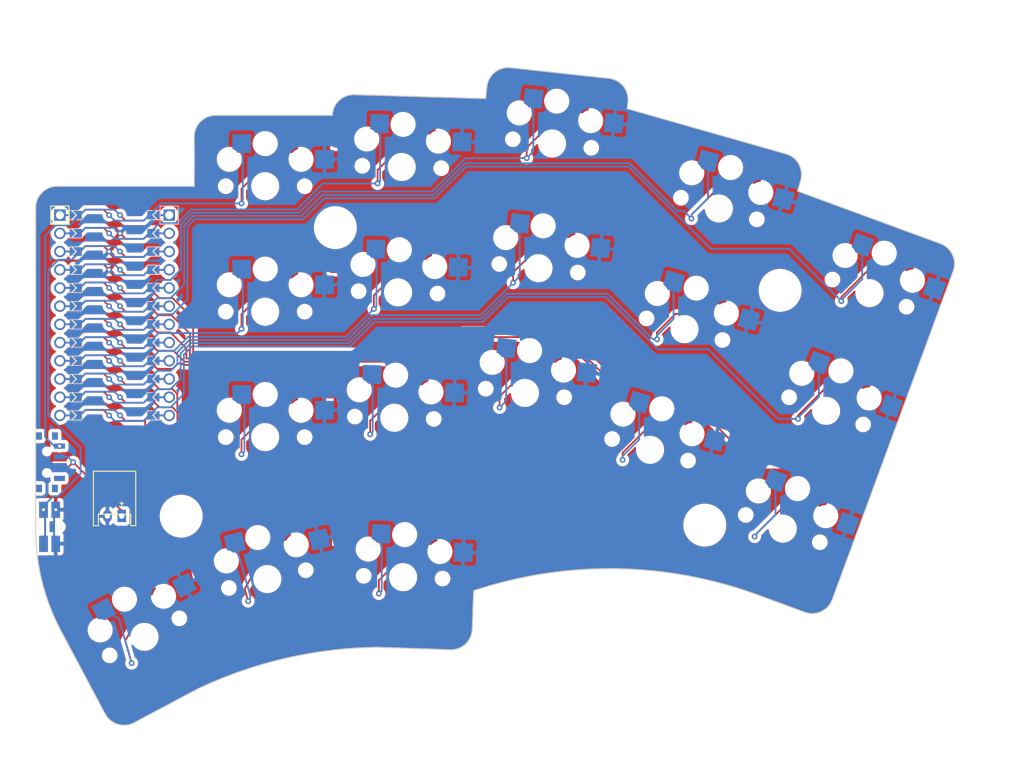
<source format=kicad_pcb>
(kicad_pcb (version 20240108) (generator "pcbnew") (generator_version "8.0")
  (title_block (title "pcb") (rev "v1.0.0") (company "Unknown"))
  (layers (0 "F.Cu" signal) (31 "B.Cu" signal) (34 "B.Paste" user) (35 "F.Paste" user) (36 "B.SilkS" user "B.Silkscreen") (37 "F.SilkS" user "F.Silkscreen") (38 "B.Mask" user) (39 "F.Mask" user) (44 "Edge.Cuts" user))
  (net 0 "")
  (net 1 "P15")
  (net 2 "GND")
  (net 3 "P5")
  (net 4 "P1")
  (net 5 "P18")
  (net 6 "P6")
  (net 7 "P0")
  (net 8 "P19")
  (net 9 "P7")
  (net 10 "P2")
  (net 11 "P20")
  (net 12 "P8")
  (net 13 "P3")
  (net 14 "P21")
  (net 15 "P9")
  (net 16 "P4")
  (net 17 "P16")
  (net 18 "P10")
  (net 19 "P14")
  (net 20 "RAW")
  (net 21 "RST")
  (net 22 "VCC")
  (net 23 "BAT")
  (footprint "ProMicro" (layer "F.Cu") (at 83.381695 82.433239 -90)
    (property "Reference" "MCU1" (hide yes))
    (property "Value" "")
  )
  (footprint "PG1350" (layer "F.Cu") (at 162.832232 84.371982 -15.9)
    (property "Reference" "S11" (hide yes))
    (property "Value" "" (hide yes))
  )
  (footprint "PG1350" (layer "F.Cu") (at 122.900855 79.240943 -1.7)
    (property "Reference" "S5" (hide yes))
    (property "Value" "" (hide yes))
  )
  (footprint "YD-3414" (layer "F.Cu") (at 71.581694 111.933242 90)
    (property "Reference" "RST1" (hide yes))
    (property "Value" "RST")
  )
  (footprint "PG1350" (layer "F.Cu") (at 87.555651 127.292315 28)
    (property "Reference" "S17" (hide yes))
    (property "Value" "" (hide yes))
  )
  (footprint "PG1350" (layer "F.Cu") (at 123.420011 61.748646 -1.7)
    (property "Reference" "S6" (hide yes))
    (property "Value" "" (hide yes))
  )
  (footprint "PG1350" (layer "F.Cu") (at 104.381697 99.433241)
    (property "Reference" "S1" (hide yes))
    (property "Value" "" (hide yes))
  )
  (footprint "PG1350" (layer "F.Cu") (at 123.607347 118.969128 -2)
    (property "Reference" "S18" (hide yes))
    (property "Value" "" (hide yes))
  )
  (footprint "PG1350" (layer "F.Cu") (at 104.381694 64.433241)
    (property "Reference" "S3" (hide yes))
    (property "Value" "" (hide yes))
  )
  (footprint "Button_Switch_SMD:SW_SPDT_PCM12" (layer "F.Cu") (at 74.281697 102.933242 -90)
    (property "Reference" "")
    (property "Value" "")
  )
  (footprint "MountingHole:MountingHole_5.5mm" (layer "F.Cu") (at 92.661449 110.453714)
    (property "Reference" "REF**" (hide yes))
    (property "Value" "5.5mm")
  )
  (footprint "PG1350" (layer "F.Cu") (at 104.681695 119.233241 13)
    (property "Reference" "S16" (hide yes))
    (property "Value" "" (hide yes))
  )
  (footprint "MountingHole:MountingHole_5.5mm" (layer "F.Cu") (at 114.161451 70.203714)
    (property "Reference" "REF**" (hide yes))
    (property "Value" "5.5mm")
  )
  (footprint "PG1350" (layer "F.Cu") (at 140.592395 93.271959 -6.2)
    (property "Reference" "S7" (hide yes))
    (property "Value" "" (hide yes))
  )
  (footprint "PG1350" (layer "F.Cu") (at 176.535389 112.190382 -20.2)
    (property "Reference" "S13" (hide yes))
    (property "Value" "" (hide yes))
  )
  (footprint "MountingHole:MountingHole_5.5mm" (layer "F.Cu") (at 176.16145 78.953714)
    (property "Reference" "REF**" (hide yes))
    (property "Value" "5.5mm")
  )
  (footprint "PG1350" (layer "F.Cu") (at 142.482383 75.874317 -6.2)
    (property "Reference" "S8" (hide yes))
    (property "Value" "" (hide yes))
  )
  (footprint "JST_PH_S2B-PH-K_02x2.00mm_Angled" (layer "F.Cu") (at 83.381696 110.433241 180)
    (property "Reference" "BAT1" (hide yes))
    (property "Value" "" (hide yes))
  )
  (footprint "PG1350" (layer "F.Cu") (at 182.578106 95.766757 -20.2)
    (property "Reference" "S14" (hide yes))
    (property "Value" "" (hide yes))
  )
  (footprint "MountingHole:MountingHole_5.5mm" (layer "F.Cu") (at 165.661451 111.703713)
    (property "Reference" "REF**" (hide yes))
    (property "Value" "5.5mm")
  )
  (footprint "PG1350" (layer "F.Cu") (at 167.626517 67.541508 -15.9)
    (property "Reference" "S12" (hide yes))
    (property "Value" "" (hide yes))
  )
  (footprint "PG1350" (layer "F.Cu") (at 144.372369 58.476678 -6.2)
    (property "Reference" "S9" (hide yes))
    (property "Value" "" (hide yes))
  )
  (footprint "PG1350" (layer "F.Cu") (at 188.620825 79.343128 -20.2)
    (property "Reference" "S15" (hide yes))
    (property "Value" "" (hide yes))
  )
  (footprint "PG1350" (layer "F.Cu") (at 122.381693 96.73324 -1.7)
    (property "Reference" "S4" (hide yes))
    (property "Value" "" (hide yes))
  )
  (footprint "PG1350" (layer "F.Cu") (at 158.037944 101.202451 -15.9)
    (property "Reference" "S10" (hide yes))
    (property "Value" "" (hide yes))
  )
  (footprint "PG1350" (layer "F.Cu") (at 104.381696 81.933242)
    (property "Reference" "S2" (hide yes))
    (property "Value" "" (hide yes))
  )
  (gr_line (start 154.85922 53.61082) (end 176.974728 59.910588) (stroke (width 0.15)) (layer "Edge.Cuts"))
  (gr_line (start 120.216703 128.756755) (end 130.157637 129.103902) (stroke (width 0.15)) (layer "Edge.Cuts"))
  (gr_arc (start 94.481694 57.533241) (mid 95.360366 55.411918) (end 97.481694 54.533241) (stroke (width 0.15)) (layer "Edge.Cuts"))
  (gr_arc (start 152.301207 49.379776) (mid 154.315243 50.482407) (end 154.959661 52.686228) (stroke (width 0.15)) (layer "Edge.Cuts"))
  (gr_arc (start 133.447251 120.862762) (mid 153.33298 117.798312) (end 173.113684 121.480269) (stroke (width 0.15)) (layer "Edge.Cuts"))
  (gr_arc (start 75.893268 126.446097) (mid 73.272821 119.619608) (end 72.381696 112.361951) (stroke (width 0.15)) (layer "Edge.Cuts"))
  (gr_arc (start 133.260509 126.210429) (mid 132.308325 128.299775) (end 130.157637 129.103902) (stroke (width 0.15)) (layer "Edge.Cuts"))
  (gr_line (start 152.300436 49.379693) (end 138.582693 47.88947) (stroke (width 0.15)) (layer "Edge.Cuts"))
  (gr_line (start 86.111084 139.27285) (end 94.893755 134.603022) (stroke (width 0.15)) (layer "Edge.Cuts"))
  (gr_arc (start 113.729906 54.533241) (mid 114.67933 52.455213) (end 116.816747 51.648306) (stroke (width 0.15)) (layer "Edge.Cuts"))
  (gr_arc (start 72.381694 67.433239) (mid 73.260387 65.311933) (end 75.381695 64.433241) (stroke (width 0.15)) (layer "Edge.Cuts"))
  (gr_line (start 173.113684 121.480269) (end 173.116936 121.481464) (stroke (width 0.15)) (layer "Edge.Cuts"))
  (gr_line (start 75.893268 126.446097) (end 82.053827 138.032423) (stroke (width 0.15)) (layer "Edge.Cuts"))
  (gr_line (start 94.481695 57.533241) (end 94.481696 64.43324) (stroke (width 0.15)) (layer "Edge.Cuts"))
  (gr_line (start 133.260509 126.21043) (end 133.447251 120.862761) (stroke (width 0.15)) (layer "Edge.Cuts"))
  (gr_line (start 135.275388 50.548611) (end 135.096984 52.190851) (stroke (width 0.15)) (layer "Edge.Cuts"))
  (gr_arc (start 183.443912 122.084439) (mid 181.886785 123.77185) (end 179.592538 123.864021) (stroke (width 0.15)) (layer "Edge.Cuts"))
  (gr_line (start 178.612432 65.11193) (end 198.514879 72.434605) (stroke (width 0.15)) (layer "Edge.Cuts"))
  (gr_line (start 116.816747 51.648306) (end 135.096984 52.190851) (stroke (width 0.15)) (layer "Edge.Cuts"))
  (gr_line (start 154.85922 53.61082) (end 154.959578 52.686999) (stroke (width 0.15)) (layer "Edge.Cuts"))
  (gr_line (start 75.381695 64.433241) (end 94.481696 64.43324) (stroke (width 0.15)) (layer "Edge.Cuts"))
  (gr_arc (start 86.111084 139.27285) (mid 83.825546 139.492935) (end 82.053827 138.032423) (stroke (width 0.15)) (layer "Edge.Cuts"))
  (gr_arc (start 94.893754 134.60302) (mid 107.234889 130.292345) (end 120.216703 128.756755) (stroke (width 0.15)) (layer "Edge.Cuts"))
  (gr_line (start 97.481694 54.533241) (end 113.729906 54.533241) (stroke (width 0.15)) (layer "Edge.Cuts"))
  (gr_line (start 72.381694 67.433239) (end 72.381696 112.361951) (stroke (width 0.15)) (layer "Edge.Cuts"))
  (gr_line (start 138.581924 47.889387) (end 138.582693 47.88947) (stroke (width 0.15)) (layer "Edge.Cuts"))
  (gr_arc (start 176.974729 59.910589) (mid 178.774167 61.336807) (end 179.038074 63.61769) (stroke (width 0.15)) (layer "Edge.Cuts"))
  (gr_line (start 152.300436 49.379693) (end 152.301206 49.379778) (stroke (width 0.15)) (layer "Edge.Cuts"))
  (gr_arc (start 135.275472 50.547842) (mid 136.378105 48.533798) (end 138.581924 47.889387) (stroke (width 0.15)) (layer "Edge.Cuts"))
  (gr_line (start 173.116936 121.481464) (end 179.592538 123.864021) (stroke (width 0.15)) (layer "Edge.Cuts"))
  (gr_line (start 183.443913 122.08444) (end 200.294466 76.285976) (stroke (width 0.15)) (layer "Edge.Cuts"))
  (gr_arc (start 198.514879 72.434605) (mid 200.202314 73.991731) (end 200.294466 76.285976) (stroke (width 0.15)) (layer "Edge.Cuts"))
  (gr_line (start 178.612432 65.11193) (end 179.038074 63.61769) (stroke (width 0.15)) (layer "Edge.Cuts"))
  (segment (start 89.332694 89.908241) (end 88.207696 88.783241) (width 0.25) (layer "F.Cu") (net 1))
  (segment (start 92.20303 89.172896) (end 91.467686 89.90824) (width 0.25) (layer "F.Cu") (net 1))
  (segment (start 101.081696 99.778242) (end 101.081696 101.83324) (width 0.25) (layer "F.Cu") (net 1))
  (segment (start 92.946822 89.360858) (end 92.758857 89.172897) (width 0.25) (layer "F.Cu") (net 1))
  (segment (start 92.758857 89.172897) (end 92.20303 89.172896) (width 0.25) (layer "F.Cu") (net 1))
  (segment (start 103.534312 89.360859) (end 92.946822 89.360858) (width 0.25) (layer "F.Cu") (net 1))
  (segment (start 107.656695 93.48324) (end 107.376697 93.483239) (width 0.25) (layer "F.Cu") (net 1))
  (segment (start 107.376697 93.483239) (end 101.081696 99.778242) (width 0.25) (layer "F.Cu") (net 1))
  (segment (start 91.467686 89.90824) (end 89.332694 89.908241) (width 0.25) (layer "F.Cu") (net 1))
  (segment (start 107.656695 93.48324) (end 103.534312 89.360859) (width 0.25) (layer "F.Cu") (net 1))
  (segment (start 101.106695 93.483239) (end 101.481696 93.85824) (width 0.25) (layer "B.Cu") (net 1))
  (segment (start 101.481696 93.85824) (end 101.481695 101.433241) (width 0.25) (layer "B.Cu") (net 1))
  (segment (start 101.481695 101.433241) (end 101.081696 101.83324) (width 0.25) (layer "B.Cu") (net 1))
  (segment (start 77.348935 74.75) (end 73.75 74.75) (width 0.25) (layer "F.Cu") (net 2))
  (segment (start 75.181694 109.558241) (end 74.956694 109.783242) (width 0.25) (layer "F.Cu") (net 2))
  (segment (start 78.555695 73.54324) (end 77.348935 74.75) (width 0.25) (layer "F.Cu") (net 2))
  (segment (start 74.956695 114.08324) (end 75.181693 114.308241) (width 0.25) (layer "F.Cu") (net 2))
  (segment (start 75.181694 109.558241) (end 75.280601 109.558241) (width 0.25) (layer "F.Cu") (net 2))
  (segment (start 77.348935 74.75) (end 76.75 74.75) (width 0.25) (layer "F.Cu") (net 2))
  (segment (start 74.956694 109.783242) (end 74.956695 114.08324) (width 0.25) (layer "F.Cu") (net 2))
  (segment (start 78.555695 73.543242) (end 78.555695 73.54324) (width 0.25) (layer "F.Cu") (net 2))
  (segment (start 75.181694 109.558241) (end 74.956694 109.783242) (width 0.25) (layer "B.Cu") (net 2))
  (segment (start 74.956695 114.08324) (end 75.181693 114.308241) (width 0.25) (layer "B.Cu") (net 2))
  (segment (start 74.956694 109.783242) (end 74.956695 114.08324) (width 0.25) (layer "B.Cu") (net 2))
  (segment (start 101.081696 82.278242) (end 101.081696 84.33324) (width 0.25) (layer "F.Cu") (net 3))
  (segment (start 107.376697 75.983241) (end 101.081696 82.278242) (width 0.25) (layer "F.Cu") (net 3))
  (segment (start 107.656696 75.983242) (end 107.376697 75.983241) (width 0.25) (layer "F.Cu") (net 3))
  (segment (start 100.492041 84.922895) (end 89.528038 84.922896) (width 0.25) (layer "B.Cu") (net 3))
  (segment (start 101.256696 84.158241) (end 101.081696 84.33324) (width 0.25) (layer "B.Cu") (net 3))
  (segment (start 101.081696 84.33324) (end 100.492041 84.922895) (width 0.25) (layer "B.Cu") (net 3))
  (segment (start 101.106697 75.983242) (end 101.256695 76.133242) (width 0.25) (layer "B.Cu") (net 3))
  (segment (start 101.256695 76.133242) (end 101.256696 84.158241) (width 0.25) (layer "B.Cu") (net 3))
  (segment (start 89.528038 84.922896) (end 88.207695 86.24324) (width 0.25) (layer "B.Cu") (net 3))
  (segment (start 101.081695 64.778241) (end 101.081694 66.833242) (width 0.25) (layer "F.Cu") (net 4))
  (segment (start 107.376695 58.483242) (end 101.081695 64.778241) (width 0.25) (layer "F.Cu") (net 4))
  (segment (start 107.656693 58.483243) (end 107.376695 58.483242) (width 0.25) (layer "F.Cu") (net 4))
  (segment (start 101.081694 66.833242) (end 101.081694 66.486456) (width 0.25) (layer "B.Cu") (net 4))
  (segment (start 101.256694 66.311455) (end 101.256693 58.633241) (width 0.25) (layer "B.Cu") (net 4))
  (segment (start 101.081694 66.486456) (end 101.256694 66.311455) (width 0.25) (layer "B.Cu") (net 4))
  (segment (start 101.081694 66.833242) (end 89.837697 66.833239) (width 0.25) (layer "B.Cu") (net 4))
  (segment (start 101.256693 58.633241) (end 101.106695 58.483242) (width 0.25) (layer "B.Cu") (net 4))
  (segment (start 89.837697 66.833239) (end 88.207697 68.463242) (width 0.25) (layer "B.Cu") (net 4))
  (segment (start 93.133215 88.910859) (end 91.590598 87.368239) (width 0.25) (layer "F.Cu") (net 5))
  (segment (start 123.859607 88.910857) (end 93.133215 88.910859) (width 0.25) (layer "F.Cu") (net 5))
  (segment (start 125.276919 90.883016) (end 119.011946 97.147989) (width 0.25) (layer "F.Cu") (net 5))
  (segment (start 125.831765 90.883016) (end 123.859607 88.910857) (width 0.25) (layer "F.Cu") (net 5))
  (segment (start 91.590598 87.368239) (end 89.332696 87.368241) (width 0.25) (layer "F.Cu") (net 5))
  (segment (start 125.831765 90.883016) (end 125.276919 90.883016) (width 0.25) (layer "F.Cu") (net 5))
  (segment (start 119.011946 97.147989) (end 119.011948 99.034286) (width 0.25) (layer "F.Cu") (net 5))
  (segment (start 89.332696 87.368241) (end 88.207695 86.24324) (width 0.25) (layer "F.Cu") (net 5))
  (segment (start 119.284649 90.688701) (end 119.370142 90.774197) (width 0.25) (layer "B.Cu") (net 5))
  (segment (start 119.370142 90.774197) (end 119.37014 98.67609) (width 0.25) (layer "B.Cu") (net 5))
  (segment (start 119.37014 98.67609) (end 119.011948 99.034286) (width 0.25) (layer "B.Cu") (net 5))
  (segment (start 119.531107 79.655692) (end 119.53111 81.541987) (width 0.25) (layer "F.Cu") (net 6))
  (segment (start 125.796079 73.390719) (end 119.531107 79.655692) (width 0.25) (layer "F.Cu") (net 6))
  (segment (start 126.350927 73.390719) (end 125.796079 73.390719) (width 0.25) (layer "F.Cu") (net 6))
  (segment (start 115.650201 85.422897) (end 93.645254 85.422897) (width 0.25) (layer "B.Cu") (net 6))
  (segment (start 119.53111 81.541987) (end 115.650201 85.422897) (width 0.25) (layer "B.Cu") (net 6))
  (segment (start 119.889305 73.281899) (end 119.889304 81.183791) (width 0.25) (layer "B.Cu") (net 6))
  (segment (start 89.568041 87.422896) (end 88.207696 88.783241) (width 0.25) (layer "B.Cu") (net 6))
  (segment (start 93.645254 85.422897) (end 91.645253 87.422895) (width 0.25) (layer "B.Cu") (net 6))
  (segment (start 119.889304 81.183791) (end 119.53111 81.541987) (width 0.25) (layer "B.Cu") (net 6))
  (segment (start 119.803809 73.196405) (end 119.889305 73.281899) (width 0.25) (layer "B.Cu") (net 6))
  (segment (start 91.645253 87.422895) (end 89.568041 87.422896) (width 0.25) (layer "B.Cu") (net 6))
  (segment (start 126.870086 55.898421) (end 126.315239 55.898422) (width 0.25) (layer "F.Cu") (net 7))
  (segment (start 120.050268 62.163389) (end 120.050269 64.049689) (width 0.25) (layer "F.Cu") (net 7))
  (segment (start 126.315239 55.898422) (end 120.050268 62.163389) (width 0.25) (layer "F.Cu") (net 7))
  (segment (start 89.622696 69.588241) (end 88.207696 71.003239) (width 0.25) (layer "B.Cu") (net 7))
  (segment (start 92.126695 69.588242) (end 89.622696 69.588241) (width 0.25) (layer "B.Cu") (net 7))
  (segment (start 120.408462 63.691494) (end 120.050269 64.049689) (width 0.25) (layer "B.Cu") (net 7))
  (segment (start 94.04204 67.672896) (end 92.126695 69.588242) (width 0.25) (layer "B.Cu") (net 7))
  (segment (start 120.408465 55.789602) (end 120.408462 63.691494) (width 0.25) (layer "B.Cu") (net 7))
  (segment (start 120.050265 64.049691) (end 112.423204 64.049691) (width 0.25) (layer "B.Cu") (net 7))
  (segment (start 112.423204 64.049691) (end 108.8 67.672895) (width 0.25) (layer "B.Cu") (net 7))
  (segment (start 108.8 67.672895) (end 94.04204 67.672896) (width 0.25) (layer "B.Cu") (net 7))
  (segment (start 120.322971 55.704106) (end 120.408465 55.789602) (width 0.25) (layer "B.Cu") (net 7))
  (segment (start 142.262135 85.481762) (end 132.336388 85.48176) (width 0.25) (layer "F.Cu") (net 8))
  (segment (start 129.357292 88.460859) (end 93.395253 88.460857) (width 0.25) (layer "F.Cu") (net 8))
  (segment (start 93.395253 88.460857) (end 93.395256 87.045809) (width 0.25) (layer "F.Cu") (net 8))
  (segment (start 89.332696 84.828242) (end 88.207694 83.70324) (width 0.25) (layer "F.Cu") (net 8))
  (segment (start 132.336388 85.48176) (end 129.357292 88.460859) (width 0.25) (layer "F.Cu") (net 8))
  (segment (start 93.395256 87.045809) (end 91.177687 84.82824) (width 0.25) (layer "F.Cu") (net 8))
  (segment (start 144.490834 87.71046) (end 142.262135 85.481762) (width 0.25) (layer "F.Cu") (net 8))
  (segment (start 91.177687 84.82824) (end 89.332696 84.828242) (width 0.25) (layer "F.Cu") (net 8))
  (segment (start 137.052496 93.765651) (end 137.052497 95.301525) (width 0.25) (layer "F.Cu") (net 8))
  (segment (start 142.969533 89.231762) (end 141.586389 89.231763) (width 0.25) (layer "F.Cu") (net 8))
  (segment (start 141.586389 89.231763) (end 137.052496 93.765651) (width 0.25) (layer "F.Cu") (net 8))
  (segment (start 144.490834 87.71046) (end 142.969533 89.231762) (width 0.25) (layer "F.Cu") (net 8))
  (segment (start 137.979144 94.374876) (end 137.052497 95.301525) (width 0.25) (layer "B.Cu") (net 8))
  (segment (start 137.979146 87.003064) (end 137.979144 94.374876) (width 0.25) (layer "B.Cu") (net 8))
  (segment (start 142.908824 73.784819) (end 141.616885 73.784818) (width 0.25) (layer "F.Cu") (net 9))
  (segment (start 146.380824 70.312818) (end 142.908824 73.784819) (width 0.25) (layer "F.Cu") (net 9))
  (segment (start 141.616885 73.784818) (end 138.942487 76.459216) (width 0.25) (layer "F.Cu") (net 9))
  (segment (start 138.942487 76.459216) (end 138.942487 77.903883) (width 0.25) (layer "F.Cu") (net 9))
  (segment (start 138.942487 77.903883) (end 134.423473 82.422895) (width 0.25) (layer "B.Cu") (net 9))
  (segment (start 89.358042 90.172898) (end 88.207697 91.323244) (width 0.25) (layer "B.Cu") (net 9))
  (segment (start 134.423473 82.422895) (end 119.286595 82.422896) (width 0.25) (layer "B.Cu") (net 9))
  (segment (start 92.145253 87.559292) (end 92.145255 89.230671) (width 0.25) (layer "B.Cu") (net 9))
  (segment (start 139.869132 76.977237) (end 138.942487 77.903883) (width 0.25) (layer "B.Cu") (net 9))
  (segment (start 93.831649 85.872896) (end 92.145253 87.559292) (width 0.25) (layer "B.Cu") (net 9))
  (segment (start 139.869135 69.605422) (end 139.869132 76.977237) (width 0.25) (layer "B.Cu") (net 9))
  (segment (start 115.836595 85.872896) (end 93.831649 85.872896) (width 0.25) (layer "B.Cu") (net 9))
  (segment (start 119.286595 82.422896) (end 115.836595 85.872896) (width 0.25) (layer "B.Cu") (net 9))
  (segment (start 91.203033 90.172896) (end 89.358042 90.172898) (width 0.25) (layer "B.Cu") (net 9))
  (segment (start 92.145255 89.230671) (end 91.203033 90.172896) (width 0.25) (layer "B.Cu") (net 9))
  (segment (start 140.832475 59.061573) (end 140.832474 60.506242) (width 0.25) (layer "F.Cu") (net 10))
  (segment (start 148.270812 52.915178) (end 144.798813 56.387177) (width 0.25) (layer "F.Cu") (net 10))
  (segment (start 144.798813 56.387177) (end 143.50687 56.387179) (width 0.25) (layer "F.Cu") (net 10))
  (segment (start 143.50687 56.387179) (end 140.832475 59.061573) (width 0.25) (layer "F.Cu") (net 10))
  (segment (start 91.177687 77.498241) (end 89.332695 77.49824) (width 0.25) (layer "B.Cu") (net 10))
  (segment (start 89.332695 77.49824) (end 88.207696 78.623241) (width 0.25) (layer "B.Cu") (net 10))
  (segment (start 112.027103 65.172897) (end 109.077105 68.122895) (width 0.25) (layer "B.Cu") (net 10))
  (segment (start 132.31191 60.506242) (end 127.645256 65.172897) (width 0.25) (layer "B.Cu") (net 10))
  (segment (start 141.759121 59.579594) (end 140.832474 60.506242) (width 0.25) (layer "B.Cu") (net 10))
  (segment (start 92.645254 76.030672) (end 91.177687 77.498241) (width 0.25) (layer "B.Cu") (net 10))
  (segment (start 92.645254 69.706079) (end 92.645254 76.030672) (width 0.25) (layer "B.Cu") (net 10))
  (segment (start 109.077105 68.122895) (end 94.228435 68.122895) (width 0.25) (layer "B.Cu") (net 10))
  (segment (start 141.759123 52.207783) (end 141.759121 59.579594) (width 0.25) (layer "B.Cu") (net 10))
  (segment (start 140.832474 60.506242) (end 132.31191 60.506242) (width 0.25) (layer "B.Cu") (net 10))
  (segment (start 94.228435 68.122895) (end 92.645254 69.706079) (width 0.25) (layer "B.Cu") (net 10))
  (segment (start 127.645256 65.172897) (end 112.027103 65.172897) (width 0.25) (layer "B.Cu") (net 10))
  (segment (start 161.765668 97.429341) (end 158.388806 97.429345) (width 0.25) (layer "F.Cu") (net 11))
  (segment (start 145.254122 85.031762) (end 132.149993 85.031761) (width 0.25) (layer "F.Cu") (net 11))
  (segment (start 158.388806 97.429345) (end 154.206695 101.611456) (width 0.25) (layer "F.Cu") (net 11))
  (segment (start 151.145254 90.922897) (end 145.254122 85.031762) (width 0.25) (layer "F.Cu") (net 11))
  (segment (start 129.170898 88.010858) (end 93.895255 88.010857) (width 0.25) (layer "F.Cu") (net 11))
  (segment (start 162.817706 95.025593) (end 158.715008 90.922895) (width 0.25) (layer "F.Cu") (net 11))
  (segment (start 93.895254 85.00581) (end 91.312341 82.422896) (width 0.25) (layer "F.Cu") (net 11))
  (segment (start 158.715008 90.922895) (end 151.145254 90.922897) (width 0.25) (layer "F.Cu") (net 11))
  (segment (start 132.149993 85.031761) (end 129.170898 88.010858) (width 0.25) (layer "F.Cu") (net 11))
  (segment (start 91.312341 82.422896) (end 89.467348 82.422896) (width 0.25) (layer "F.Cu") (net 11))
  (segment (start 154.206695 101.611456) (end 154.206694 102.606569) (width 0.25) (layer "F.Cu") (net 11))
  (segment (start 162.817704 96.377308) (end 162.817706 95.025593) (width 0.25) (layer "F.Cu") (net 11))
  (segment (start 162.817704 96.377308) (end 161.765668 97.429341) (width 0.25) (layer "F.Cu") (net 11))
  (segment (start 89.467348 82.422896) (end 88.207697 81.16324) (width 0.25) (layer "F.Cu") (net 11))
  (segment (start 93.895255 88.010857) (end 93.895254 85.00581) (width 0.25) (layer "F.Cu") (net 11))
  (segment (start 154.206697 102.078703) (end 154.206694 102.606569) (width 0.25) (layer "B.Cu") (net 11))
  (segment (start 156.518298 94.582875) (end 156.5183 99.7671) (width 0.25) (layer "B.Cu") (net 11))
  (segment (start 156.5183 99.7671) (end 154.206697 102.078703) (width 0.25) (layer "B.Cu") (net 11))
  (segment (start 161.581055 82.237096) (end 159.000981 84.817168) (width 0.25) (layer "F.Cu") (net 12))
  (segment (start 164.92173 82.237098) (end 161.581055 82.237096) (width 0.25) (layer "F.Cu") (net 12))
  (segment (start 159.000981 84.817168) (end 159.000981 85.776097) (width 0.25) (layer "F.Cu") (net 12))
  (segment (start 167.61199 79.546837) (end 164.92173 82.237098) (width 0.25) (layer "F.Cu") (net 12))
  (segment (start 158.435295 85.776097) (end 152.082095 79.422897) (width 0.25) (layer "B.Cu") (net 12))
  (segment (start 138.059867 79.422896) (end 134.55987 82.922896) (width 0.25) (layer "B.Cu") (net 12))
  (segment (start 159.00098 85.248233) (end 159.000981 85.776097) (width 0.25) (layer "B.Cu") (net 12))
  (segment (start 92.595253 91.320673) (end 91.177686 92.738242) (width 0.25) (layer "B.Cu") (net 12))
  (segment (start 152.082095 79.422897) (end 138.059867 79.422896) (width 0.25) (layer "B.Cu") (net 12))
  (segment (start 94.018047 86.322897) (end 92.595254 87.745688) (width 0.25) (layer "B.Cu") (net 12))
  (segment (start 161.312585 82.936627) (end 159.00098 85.248233) (width 0.25) (layer "B.Cu") (net 12))
  (segment (start 116.022992 86.322895) (end 94.018047 86.322897) (width 0.25) (layer "B.Cu") (net 12))
  (segment (start 134.55987 82.922896) (end 119.42299 82.922896) (width 0.25) (layer "B.Cu") (net 12))
  (segment (start 92.595254 87.745688) (end 92.595253 91.320673) (width 0.25) (layer "B.Cu") (net 12))
  (segment (start 89.332695 92.73824) (end 88.207698 93.86324) (width 0.25) (layer "B.Cu") (net 12))
  (segment (start 161.312586 77.752406) (end 161.312585 82.936627) (width 0.25) (layer "B.Cu") (net 12))
  (segment (start 119.42299 82.922896) (end 116.022992 86.322895) (width 0.25) (layer "B.Cu") (net 12))
  (segment (start 91.177686 92.738242) (end 89.332695 92.73824) (width 0.25) (layer "B.Cu") (net 12))
  (segment (start 159.000981 85.776097) (end 158.435295 85.776097) (width 0.25) (layer "B.Cu") (net 12))
  (segment (start 171.354244 63.768397) (end 168.444629 63.7684) (width 0.25) (layer "F.Cu") (net 13))
  (segment (start 163.795268 68.417759) (end 163.795267 68.945624) (width 0.25) (layer "F.Cu") (net 13))
  (segment (start 172.406277 62.716364) (end 171.354244 63.768397) (width 0.25) (layer "F.Cu") (net 13))
  (segment (start 168.444629 63.7684) (end 163.795268 68.417759) (width 0.25) (layer "F.Cu") (net 13))
  (segment (start 89.332695 80.038241) (end 88.207697 81.16324) (width 0.25) (layer "B.Cu") (net 13))
  (segment (start 163.795267 68.945624) (end 162.697274 67.847628) (width 0.25) (layer "B.Cu") (net 13))
  (segment (start 93.095255 69.892475) (end 93.095253 78.120673) (width 0.25) (layer "B.Cu") (net 13))
  (segment (start 163.795268 68.417759) (end 163.795267 68.945624) (width 0.25) (layer "B.Cu") (net 13))
  (segment (start 112.327105 65.672895) (end 109.427105 68.572895) (width 0.25) (layer "B.Cu") (net 13))
  (segment (start 127.781652 65.672895) (end 112.327105 65.672895) (width 0.25) (layer "B.Cu") (net 13))
  (segment (start 93.095253 78.120673) (end 91.177686 80.038241) (width 0.25) (layer "B.Cu") (net 13))
  (segment (start 91.177686 80.038241) (end 89.332695 80.038241) (width 0.25) (layer "B.Cu") (net 13))
  (segment (start 94.414833 68.572895) (end 93.095255 69.892475) (width 0.25) (layer "B.Cu") (net 13))
  (segment (start 155.213453 61.241093) (end 132.213454 61.241095) (width 0.25) (layer "B.Cu") (net 13))
  (segment (start 109.427105 68.572895) (end 94.414833 68.572895) (width 0.25) (layer "B.Cu") (net 13))
  (segment (start 166.106872 60.921932) (end 166.106871 66.106152) (width 0.25) (layer "B.Cu") (net 13))
  (segment (start 161.819984 67.847628) (end 155.213453 61.241093) (width 0.25) (layer "B.Cu") (net 13))
  (segment (start 166.106871 66.106152) (end 163.795268 68.417759) (width 0.25) (layer "B.Cu") (net 13))
  (segment (start 162.697274 67.847628) (end 161.819984 67.847628) (width 0.25) (layer "B.Cu") (net 13))
  (segment (start 132.213454 61.241095) (end 127.781652 65.672895) (width 0.25) (layer "B.Cu") (net 13))
  (segment (start 158.901405 90.472897) (end 151.33165 90.472897) (width 0.25) (layer "F.Cu") (net 14))
  (segment (start 178.484373 103.172894) (end 172.573439 103.172897) (width 0.25) (layer "F.Cu") (net 14))
  (segment (start 180.650852 108.749829) (end 177.020945 108.749827) (width 0.25) (layer "F.Cu") (net 14))
  (segment (start 151.33165 90.472897) (end 145.440517 84.581762) (width 0.25) (layer "F.Cu") (net 14))
  (segment (start 181.663475 106.352) (end 178.484373 103.172894) (width 0.25) (layer "F.Cu") (net 14))
  (segment (start 181.663478 107.737201) (end 181.663475 106.352) (width 0.25) (layer "F.Cu") (net 14))
  (segment (start 89.622697 80.038241) (end 88.207696 78.623241) (width 0.25) (layer "F.Cu") (net 14))
  (segment (start 94.345254 87.560859) (end 94.345255 82.915808) (width 0.25) (layer "F.Cu") (net 14))
  (segment (start 91.467687 80.038241) (end 89.622697 80.038241) (width 0.25) (layer "F.Cu") (net 14))
  (segment (start 172.573439 103.172897) (end 163.846443 94.445896) (width 0.25) (layer "F.Cu") (net 14))
  (segment (start 172.609645 113.161128) (end 172.609645 113.303282) (width 0.25) (layer "F.Cu") (net 14))
  (segment (start 177.020945 108.749827) (end 172.609645 113.161128) (width 0.25) (layer "F.Cu") (net 14))
  (segment (start 128.984502 87.560859) (end 94.345254 87.560859) (width 0.25) (layer "F.Cu") (net 14))
  (segment (start 131.963597 84.581763) (end 128.984502 87.560859) (width 0.25) (layer "F.Cu") (net 14))
  (segment (start 163.846443 94.445896) (end 162.874403 94.445896) (width 0.25) (layer "F.Cu") (net 14))
  (segment (start 94.345255 82.915808) (end 91.467687 80.038241) (width 0.25) (layer "F.Cu") (net 14))
  (segment (start 181.663478 107.737201) (end 180.650852 108.749829) (width 0.25) (layer "F.Cu") (net 14))
  (segment (start 162.874403 94.445896) (end 158.901405 90.472897) (width 0.25) (layer "F.Cu") (net 14))
  (segment (start 145.440517 84.581762) (end 131.963597 84.581763) (width 0.25) (layer "F.Cu") (net 14))
  (segment (start 175.516348 110.254425) (end 172.609645 113.161128) (width 0.25) (layer "B.Cu") (net 14))
  (segment (start 175.516348 105.475498) (end 175.516348 110.254425) (width 0.25) (layer "B.Cu") (net 14))
  (segment (start 172.609645 113.161128) (end 172.609645 113.303282) (width 0.25) (layer "B.Cu") (net 14))
  (segment (start 178.652364 96.415787) (end 178.652364 96.879655) (width 0.25) (layer "F.Cu") (net 15))
  (segment (start 186.693569 92.326201) (end 182.74195 92.326201) (width 0.25) (layer "F.Cu") (net 15))
  (segment (start 187.706196 91.313574) (end 186.693569 92.326201) (width 0.25) (layer "F.Cu") (net 15))
  (segment (start 182.74195 92.326201) (end 178.652364 96.415787) (width 0.25) (layer "F.Cu") (net 15))
  (segment (start 134.746265 83.372898) (end 119.609389 83.372897) (width 0.25) (layer "B.Cu") (net 15))
  (segment (start 89.332694 95.27824) (end 88.207697 96.40324) (width 0.25) (layer "B.Cu") (net 15))
  (segment (start 93.045254 87.932083) (end 93.045254 93.410673) (width 0.25) (layer "B.Cu") (net 15))
  (segment (start 166.145255 87.172897) (end 159.145254 87.172896) (width 0.25) (layer "B.Cu") (net 15))
  (segment (start 178.652364 96.7375) (end 178.652364 96.879655) (width 0.25) (layer "B.Cu") (net 15))
  (segment (start 138.246264 79.872894) (end 134.746265 83.372898) (width 0.25) (layer "B.Cu") (net 15))
  (segment (start 93.045254 93.410673) (end 91.177688 95.278242) (width 0.25) (layer "B.Cu") (net 15))
  (segment (start 181.559066 89.051869) (end 181.559066 93.830798) (width 0.25) (layer "B.Cu") (net 15))
  (segment (start 116.209387 86.772897) (end 94.204442 86.772897) (width 0.25) (layer "B.Cu") (net 15))
  (segment (start 151.845254 79.872897) (end 138.246264 79.872894) (width 0.25) (layer "B.Cu") (net 15))
  (segment (start 181.559066 93.830798) (end 178.652364 96.7375) (width 0.25) (layer "B.Cu") (net 15))
  (segment (start 94.204442 86.772897) (end 93.045254 87.932083) (width 0.25) (layer "B.Cu") (net 15))
  (segment (start 178.652364 96.879655) (end 175.852013 96.879654) (width 0.25) (layer "B.Cu") (net 15))
  (segment (start 91.177688 95.278242) (end 89.332694 95.27824) (width 0.25) (layer "B.Cu") (net 15))
  (segment (start 159.145254 87.172896) (end 151.845254 79.872897) (width 0.25) (layer "B.Cu") (net 15))
  (segment (start 175.852013 96.879654) (end 166.145255 87.172897) (width 0.25) (layer "B.Cu") (net 15))
  (segment (start 119.609389 83.372897) (end 116.209387 86.772897) (width 0.25) (layer "B.Cu") (net 15))
  (segment (start 193.748916 74.889946) (end 192.736289 75.902572) (width 0.25) (layer "F.Cu") (net 16))
  (segment (start 192.736289 75.902572) (end 188.682853 75.902571) (width 0.25) (layer "F.Cu") (net 16))
  (segment (start 184.695084 79.890342) (end 184.695082 80.456028) (width 0.25) (layer "F.Cu") (net 16))
  (segment (start 188.682853 75.902571) (end 184.695084 79.890342) (width 0.25) (layer "F.Cu") (net 16))
  (segment (start 184.695082 80.456028) (end 177.411951 73.172895) (width 0.25) (layer "B.Cu") (net 16))
  (segment (start 155.027057 61.691094) (end 132.399847 61.691094) (width 0.25) (layer "B.Cu") (net 16))
  (segment (start 184.695082 80.313874) (end 184.695082 80.456028) (width 0.25) (layer "B.Cu") (net 16))
  (segment (start 94.601228 69.022895) (end 93.545255 70.078871) (width 0.25) (layer "B.Cu") (net 16))
  (segment (start 187.601784 77.40717) (end 184.695082 80.313874) (width 0.25) (layer "B.Cu") (net 16))
  (segment (start 132.399847 61.691094) (end 127.968046 66.122893) (width 0.25) (layer "B.Cu") (net 16))
  (segment (start 166.508858 73.172896) (end 155.027057 61.691094) (width 0.25) (layer "B.Cu") (net 16))
  (segment (start 93.545255 70.078871) (end 93.545254 80.210674) (width 0.25) (layer "B.Cu") (net 16))
  (segment (start 187.601783 72.628242) (end 187.601784 77.40717) (width 0.25) (layer "B.Cu") (net 16))
  (segment (start 177.411951 73.172895) (end 166.508858 73.172896) (width 0.25) (layer "B.Cu") (net 16))
  (segment (start 112.627107 66.122893) (end 109.727105 69.022895) (width 0.25) (layer "B.Cu") (net 16))
  (segment (start 91.467685 82.288241) (end 89.622696 82.28824) (width 0.25) (layer "B.Cu") (net 16))
  (segment (start 89.622696 82.28824) (end 88.207694 83.70324) (width 0.25) (layer "B.Cu") (net 16))
  (segment (start 127.968046 66.122893) (end 112.627107 66.122893) (width 0.25) (layer "B.Cu") (net 16))
  (segment (start 109.727105 69.022895) (end 94.601228 69.022895) (width 0.25) (layer "B.Cu") (net 16))
  (segment (start 93.545254 80.210674) (end 91.467685 82.288241) (width 0.25) (layer "B.Cu") (net 16))
  (segment (start 92.145253 95.955809) (end 91.467686 95.278242) (width 0.25) (layer "F.Cu") (net 17))
  (segment (start 106.534298 112.699023) (end 92.145254 98.309982) (width 0.25) (layer "F.Cu") (net 17))
  (segment (start 89.622693 95.278242) (end 88.207698 93.86324) (width 0.25) (layer "F.Cu") (net 17))
  (segment (start 105.797525 112.91029) (end 101.521608 120.624249) (width 0.25) (layer "F.Cu") (net 17))
  (segment (start 106.534297 112.699023) (end 105.797525 112.91029) (width 0.25) (layer "F.Cu") (net 17))
  (segment (start 101.521608 120.624249) (end 102.006155 122.314069) (width 0.25) (layer "F.Cu") (net 17))
  (segment (start 91.467686 95.278242) (end 89.622693 95.278242) (width 0.25) (layer "F.Cu") (net 17))
  (segment (start 92.145254 98.309982) (end 92.145253 95.955809) (width 0.25) (layer "F.Cu") (net 17))
  (segment (start 102.348415 121.696613) (end 102.006155 122.314069) (width 0.25) (layer "B.Cu") (net 17))
  (segment (start 100.198216 114.197976) (end 102.348415 121.696613) (width 0.25) (layer "B.Cu") (net 17))
  (segment (start 100.152173 114.172453) (end 100.198216 114.197976) (width 0.25) (layer "B.Cu") (net 17))
  (segment (start 87.653949 96.956989) (end 88.207697 96.40324) (width 0.25) (layer "F.Cu") (net 18))
  (segment (start 88.089326 122.019602) (end 84.870143 127.827161) (width 0.25) (layer "F.Cu") (net 18))
  (segment (start 87.653949 120.501257) (end 88.089326 122.019602) (width 0.25) (layer "F.Cu") (net 18))
  (segment (start 84.870143 127.827161) (end 85.768657 130.960646) (width 0.25) (layer "F.Cu") (net 18))
  (segment (start 87.65395 120.501257) (end 87.653949 96.956989) (width 0.25) (layer "F.Cu") (net 18))
  (segment (start 83.987729 124.749817) (end 85.768657 130.960646) (width 0.25) (layer "B.Cu") (net 18))
  (segment (start 81.870641 123.576295) (end 83.987729 124.749817) (width 0.25) (layer "B.Cu") (net 18))
  (segment (start 127.088003 113.137048) (end 126.484427 113.137049) (width 0.25) (layer "F.Cu") (net 19))
  (segment (start 127.088002 113.137047) (end 124.123852 110.172895) (width 0.25) (layer "F.Cu") (net 19))
  (segment (start 89.622697 92.738241) (end 88.207697 91.323244) (width 0.25) (layer "F.Cu") (net 19))
  (segment (start 92.595254 98.123585) (end 92.595254 95.769413) (width 0.25) (layer "F.Cu") (net 19))
  (segment (start 92.595254 95.769413) (end 92.126695 95.300854) (width 0.25) (layer "F.Cu") (net 19))
  (segment (start 126.484427 113.137049) (end 120.225597 119.395878) (width 0.25) (layer "F.Cu") (net 19))
  (segment (start 104.644565 110.172897) (end 92.595254 98.123585) (width 0.25) (layer "F.Cu") (net 19))
  (segment (start 92.126694 93.397251) (end 91.467687 92.73824) (width 0.25) (layer "F.Cu") (net 19))
  (segment (start 92.126695 95.300854) (end 92.126694 93.397251) (width 0.25) (layer "F.Cu") (net 19))
  (segment (start 120.225597 119.395878) (end 120.225597 121.252497) (width 0.25) (layer "F.Cu") (net 19))
  (segment (start 124.123852 110.172895) (end 104.644565 110.172897) (width 0.25) (layer "F.Cu") (net 19))
  (segment (start 91.467687 92.73824) (end 89.622697 92.738241) (width 0.25) (layer "F.Cu") (net 19))
  (segment (start 120.625598 120.852496) (end 120.225597 121.252497) (width 0.25) (layer "B.Cu") (net 19))
  (segment (start 120.541994 112.908456) (end 120.625597 112.992059) (width 0.25) (layer "B.Cu") (net 19))
  (segment (start 120.625597 112.992059) (end 120.625598 120.852496) (width 0.25) (layer "B.Cu") (net 19))
  (segment (start 77.140694 69.87824) (end 75.189909 69.878242) (width 0.25) (layer "B.Cu") (net 20))
  (segment (start 75.189909 69.878242) (end 73.695253 71.372897) (width 0.25) (layer "B.Cu") (net 20))
  (segment (start 78.555696 68.463241) (end 77.140694 69.87824) (width 0.25) (layer "B.Cu") (net 20))
  (segment (start 73.695253 71.372897) (end 73.695255 99.3918) (width 0.25) (layer "B.Cu") (net 20))
  (segment (start 73.695255 99.3918) (end 74.986694 100.68324) (width 0.25) (layer "B.Cu") (net 20))
  (segment (start 73.706695 109.78324) (end 73.706696 114.083243) (width 0.25) (layer "F.Cu") (net 21))
  (segment (start 73.706696 114.083243) (end 73.481693 114.308242) (width 0.25) (layer "F.Cu") (net 21))
  (segment (start 73.481693 109.55824) (end 73.706695 109.78324) (width 0.25) (layer "F.Cu") (net 21))
  (segment (start 75.581049 74.672896) (end 77.426042 74.672896) (width 0.25) (layer "B.Cu") (net 21))
  (segment (start 78.645253 100.922897) (end 74.145254 96.422896) (width 0.25) (layer "B.Cu") (net 21))
  (segment (start 73.706696 114.083243) (end 73.481693 114.308242) (width 0.25) (layer "B.Cu") (net 21))
  (segment (start 73.481693 109.55824) (end 73.706695 109.78324) (width 0.25) (layer "B.Cu") (net 21))
  (segment (start 73.481695 109.033242) (end 74.84204 107.672898) (width 0.25) (layer "B.Cu") (net 21))
  (segment (start 74.145254 96.422896) (end 74.145255 76.108692) (width 0.25) (layer "B.Cu") (net 21))
  (segment (start 74.145255 76.108692) (end 75.581049 74.672896) (width 0.25) (layer "B.Cu") (net 21))
  (segment (start 77.426042 74.672896) (end 78.555695 73.543242) (width 0.25) (layer "B.Cu") (net 21))
  (segment (start 73.481693 109.55824) (end 73.481695 109.033242) (width 0.25) (layer "B.Cu") (net 21))
  (segment (start 75.52204 107.672893) (end 78.645254 104.549682) (width 0.25) (layer "B.Cu") (net 21))
  (segment (start 74.84204 107.672898) (end 75.52204 107.672893) (width 0.25) (layer "B.Cu") (net 21))
  (segment (start 73.706695 109.78324) (end 73.706696 114.083243) (width 0.25) (layer "B.Cu") (net 21))
  (segment (start 78.645254 104.549682) (end 78.645253 100.922897) (width 0.25) (layer "B.Cu") (net 21))
  (segment (start 84.381696 109.70324) (end 77.611697 102.933242) (width 0.25) (layer "F.Cu") (net 23))
  (segment (start 76.861696 103.68324) (end 77.611696 102.933244) (width 0.25) (layer "F.Cu") (net 23))
  (segment (start 75.711697 103.683241) (end 76.861696 103.68324) (width 0.25) (layer "F.Cu") (net 23))
  (segment (start 84.381695 110.433242) (end 84.381696 109.70324) (width 0.25) (layer "F.Cu") (net 23))
  (segment (start 75.711696 102.18324) (end 76.861695 102.18324) (width 0.25) (layer "B.Cu") (net 23))
  (segment (start 76.861695 102.18324) (end 77.611696 102.933244) (width 0.25) (layer "B.Cu") (net 23))
  (zone (net 2) (net_name "GND") (layers "F&B.Cu") (connect_pads (clearance 0.508)) (min_thickness 0.25) (fill yes (thermal_gap 0.5) (thermal_bridge_width 0.5) (island_removal_mode 1) (island_area_min 10))
    (polygon (pts (xy 210.161451 70.703713) (xy 185.161451 132.703714) (xy 67.41145 145.453714) (xy 67.66145 47.953714) (xy 146.16145 38.453714)))
  )
)
</source>
